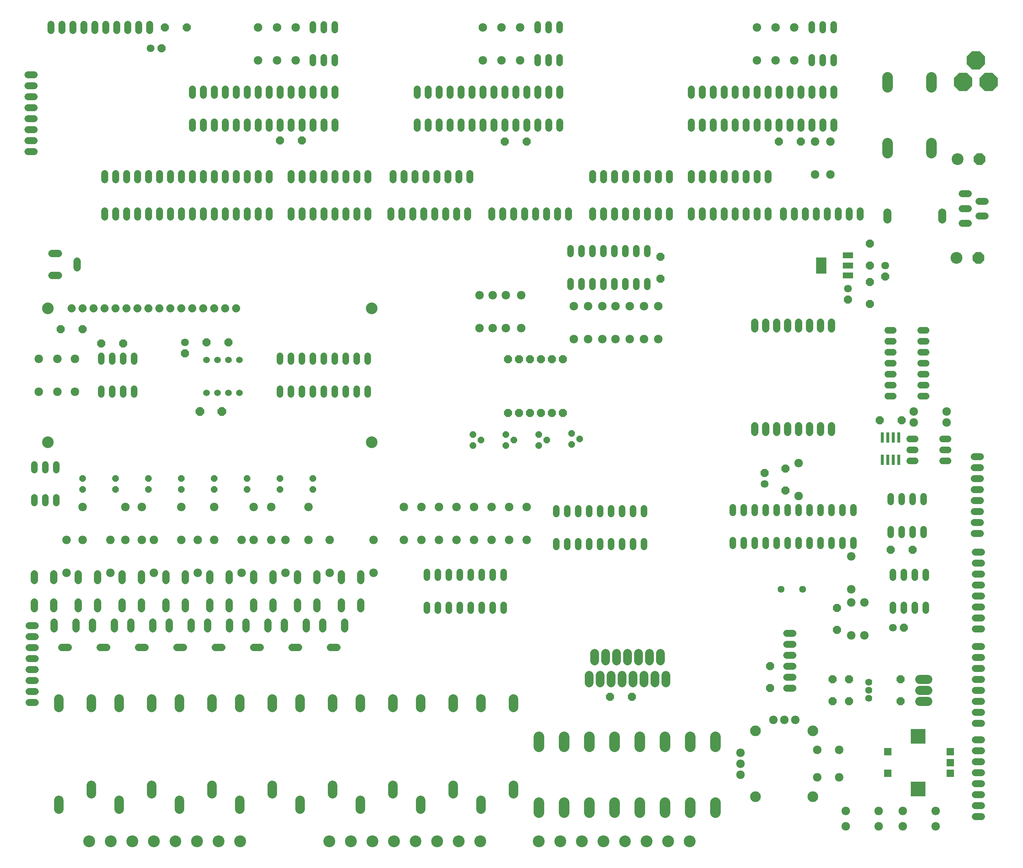
<source format=gbr>
G75*
%MOIN*%
%OFA0B0*%
%FSLAX24Y24*%
%IPPOS*%
%LPD*%
%AMOC8*
5,1,8,0,0,1.08239X$1,22.5*
%
%ADD10C,0.0640*%
%ADD11C,0.0600*%
%ADD12C,0.0780*%
%ADD13OC8,0.0600*%
%ADD14C,0.0680*%
%ADD15C,0.0740*%
%ADD16C,0.1064*%
%ADD17OC8,0.0710*%
%ADD18C,0.0600*%
%ADD19OC8,0.0780*%
%ADD20C,0.0710*%
%ADD21C,0.0674*%
%ADD22C,0.0640*%
%ADD23C,0.0820*%
%ADD24C,0.0980*%
%ADD25C,0.0634*%
%ADD26C,0.0860*%
%ADD27C,0.1080*%
%ADD28R,0.0316X0.0946*%
%ADD29OC8,0.1655*%
%ADD30C,0.0848*%
%ADD31OC8,0.1080*%
%ADD32R,0.0960X0.0560*%
%ADD33R,0.0946X0.1497*%
%ADD34C,0.0634*%
%ADD35C,0.0740*%
%ADD36C,0.0965*%
%ADD37C,0.0789*%
%ADD38R,0.0674X0.0674*%
%ADD39R,0.1346X0.1346*%
%ADD40OC8,0.0740*%
D10*
X003870Y017850D02*
X004430Y017850D01*
X004430Y018850D02*
X003870Y018850D01*
X003870Y019850D02*
X004430Y019850D01*
X004430Y020850D02*
X003870Y020850D01*
X003870Y021850D02*
X004430Y021850D01*
X004430Y022850D02*
X003870Y022850D01*
X003870Y023850D02*
X004430Y023850D01*
X004430Y024850D02*
X003870Y024850D01*
X010750Y062070D02*
X010750Y062630D01*
X011750Y062630D02*
X011750Y062070D01*
X012750Y062070D02*
X012750Y062630D01*
X013750Y062630D02*
X013750Y062070D01*
X014750Y062070D02*
X014750Y062630D01*
X015750Y062630D02*
X015750Y062070D01*
X016750Y062070D02*
X016750Y062630D01*
X017750Y062630D02*
X017750Y062070D01*
X018750Y062070D02*
X018750Y062630D01*
X019750Y062630D02*
X019750Y062070D01*
X020750Y062070D02*
X020750Y062630D01*
X021750Y062630D02*
X021750Y062070D01*
X022750Y062070D02*
X022750Y062630D01*
X023750Y062630D02*
X023750Y062070D01*
X024750Y062070D02*
X024750Y062630D01*
X025750Y062630D02*
X025750Y062070D01*
X027750Y062070D02*
X027750Y062630D01*
X028750Y062630D02*
X028750Y062070D01*
X029750Y062070D02*
X029750Y062630D01*
X030750Y062630D02*
X030750Y062070D01*
X031750Y062070D02*
X031750Y062630D01*
X032750Y062630D02*
X032750Y062070D01*
X033750Y062070D02*
X033750Y062630D01*
X034750Y062630D02*
X034750Y062070D01*
X036850Y062070D02*
X036850Y062630D01*
X037850Y062630D02*
X037850Y062070D01*
X038850Y062070D02*
X038850Y062630D01*
X039850Y062630D02*
X039850Y062070D01*
X040850Y062070D02*
X040850Y062630D01*
X041850Y062630D02*
X041850Y062070D01*
X042850Y062070D02*
X042850Y062630D01*
X043850Y062630D02*
X043850Y062070D01*
X046050Y062070D02*
X046050Y062630D01*
X047050Y062630D02*
X047050Y062070D01*
X048050Y062070D02*
X048050Y062630D01*
X049050Y062630D02*
X049050Y062070D01*
X050050Y062070D02*
X050050Y062630D01*
X051050Y062630D02*
X051050Y062070D01*
X052050Y062070D02*
X052050Y062630D01*
X053050Y062630D02*
X053050Y062070D01*
X055250Y062070D02*
X055250Y062630D01*
X056250Y062630D02*
X056250Y062070D01*
X057250Y062070D02*
X057250Y062630D01*
X058250Y062630D02*
X058250Y062070D01*
X059250Y062070D02*
X059250Y062630D01*
X060250Y062630D02*
X060250Y062070D01*
X061250Y062070D02*
X061250Y062630D01*
X062250Y062630D02*
X062250Y062070D01*
X064250Y062070D02*
X064250Y062630D01*
X065250Y062630D02*
X065250Y062070D01*
X066250Y062070D02*
X066250Y062630D01*
X067250Y062630D02*
X067250Y062070D01*
X068250Y062070D02*
X068250Y062630D01*
X069250Y062630D02*
X069250Y062070D01*
X070250Y062070D02*
X070250Y062630D01*
X071250Y062630D02*
X071250Y062070D01*
X072650Y062070D02*
X072650Y062630D01*
X073650Y062630D02*
X073650Y062070D01*
X074650Y062070D02*
X074650Y062630D01*
X075650Y062630D02*
X075650Y062070D01*
X076650Y062070D02*
X076650Y062630D01*
X077650Y062630D02*
X077650Y062070D01*
X078650Y062070D02*
X078650Y062630D01*
X079650Y062630D02*
X079650Y062070D01*
X071250Y065470D02*
X071250Y066030D01*
X070250Y066030D02*
X070250Y065470D01*
X069250Y065470D02*
X069250Y066030D01*
X068250Y066030D02*
X068250Y065470D01*
X067250Y065470D02*
X067250Y066030D01*
X066250Y066030D02*
X066250Y065470D01*
X065250Y065470D02*
X065250Y066030D01*
X064250Y066030D02*
X064250Y065470D01*
X062250Y065470D02*
X062250Y066030D01*
X061250Y066030D02*
X061250Y065470D01*
X060250Y065470D02*
X060250Y066030D01*
X059250Y066030D02*
X059250Y065470D01*
X058250Y065470D02*
X058250Y066030D01*
X057250Y066030D02*
X057250Y065470D01*
X056250Y065470D02*
X056250Y066030D01*
X055250Y066030D02*
X055250Y065470D01*
X052250Y070170D02*
X052250Y070730D01*
X051250Y070730D02*
X051250Y070170D01*
X050250Y070170D02*
X050250Y070730D01*
X049250Y070730D02*
X049250Y070170D01*
X048250Y070170D02*
X048250Y070730D01*
X047250Y070730D02*
X047250Y070170D01*
X046250Y070170D02*
X046250Y070730D01*
X045250Y070730D02*
X045250Y070170D01*
X044250Y070170D02*
X044250Y070730D01*
X043250Y070730D02*
X043250Y070170D01*
X042250Y070170D02*
X042250Y070730D01*
X041250Y070730D02*
X041250Y070170D01*
X040250Y070170D02*
X040250Y070730D01*
X039250Y070730D02*
X039250Y070170D01*
X039250Y073170D02*
X039250Y073730D01*
X040250Y073730D02*
X040250Y073170D01*
X041250Y073170D02*
X041250Y073730D01*
X042250Y073730D02*
X042250Y073170D01*
X043250Y073170D02*
X043250Y073730D01*
X044250Y073730D02*
X044250Y073170D01*
X045250Y073170D02*
X045250Y073730D01*
X046250Y073730D02*
X046250Y073170D01*
X047250Y073170D02*
X047250Y073730D01*
X048250Y073730D02*
X048250Y073170D01*
X049250Y073170D02*
X049250Y073730D01*
X050250Y073730D02*
X050250Y073170D01*
X051250Y073170D02*
X051250Y073730D01*
X052250Y073730D02*
X052250Y073170D01*
X044050Y066030D02*
X044050Y065470D01*
X043050Y065470D02*
X043050Y066030D01*
X042050Y066030D02*
X042050Y065470D01*
X041050Y065470D02*
X041050Y066030D01*
X040050Y066030D02*
X040050Y065470D01*
X039050Y065470D02*
X039050Y066030D01*
X038050Y066030D02*
X038050Y065470D01*
X037050Y065470D02*
X037050Y066030D01*
X034750Y066030D02*
X034750Y065470D01*
X033750Y065470D02*
X033750Y066030D01*
X032750Y066030D02*
X032750Y065470D01*
X031750Y065470D02*
X031750Y066030D01*
X030750Y066030D02*
X030750Y065470D01*
X029750Y065470D02*
X029750Y066030D01*
X028750Y066030D02*
X028750Y065470D01*
X027750Y065470D02*
X027750Y066030D01*
X025750Y066030D02*
X025750Y065470D01*
X024750Y065470D02*
X024750Y066030D01*
X023750Y066030D02*
X023750Y065470D01*
X022750Y065470D02*
X022750Y066030D01*
X021750Y066030D02*
X021750Y065470D01*
X020750Y065470D02*
X020750Y066030D01*
X019750Y066030D02*
X019750Y065470D01*
X018750Y065470D02*
X018750Y066030D01*
X017750Y066030D02*
X017750Y065470D01*
X016750Y065470D02*
X016750Y066030D01*
X015750Y066030D02*
X015750Y065470D01*
X014750Y065470D02*
X014750Y066030D01*
X013750Y066030D02*
X013750Y065470D01*
X012750Y065470D02*
X012750Y066030D01*
X011750Y066030D02*
X011750Y065470D01*
X010750Y065470D02*
X010750Y066030D01*
X004330Y068050D02*
X003770Y068050D01*
X003770Y069050D02*
X004330Y069050D01*
X004330Y070050D02*
X003770Y070050D01*
X003770Y071050D02*
X004330Y071050D01*
X004330Y072050D02*
X003770Y072050D01*
X003770Y073050D02*
X004330Y073050D01*
X004330Y074050D02*
X003770Y074050D01*
X003770Y075050D02*
X004330Y075050D01*
X005850Y079070D02*
X005850Y079630D01*
X006850Y079630D02*
X006850Y079070D01*
X007850Y079070D02*
X007850Y079630D01*
X008850Y079630D02*
X008850Y079070D01*
X009850Y079070D02*
X009850Y079630D01*
X010850Y079630D02*
X010850Y079070D01*
X011850Y079070D02*
X011850Y079630D01*
X012850Y079630D02*
X012850Y079070D01*
X013850Y079070D02*
X013850Y079630D01*
X014850Y079630D02*
X014850Y079070D01*
X018750Y073730D02*
X018750Y073170D01*
X019750Y073170D02*
X019750Y073730D01*
X020750Y073730D02*
X020750Y073170D01*
X021750Y073170D02*
X021750Y073730D01*
X022750Y073730D02*
X022750Y073170D01*
X023750Y073170D02*
X023750Y073730D01*
X024750Y073730D02*
X024750Y073170D01*
X025750Y073170D02*
X025750Y073730D01*
X026750Y073730D02*
X026750Y073170D01*
X027750Y073170D02*
X027750Y073730D01*
X028750Y073730D02*
X028750Y073170D01*
X029750Y073170D02*
X029750Y073730D01*
X030750Y073730D02*
X030750Y073170D01*
X031750Y073170D02*
X031750Y073730D01*
X031750Y070730D02*
X031750Y070170D01*
X030750Y070170D02*
X030750Y070730D01*
X029750Y070730D02*
X029750Y070170D01*
X028750Y070170D02*
X028750Y070730D01*
X027750Y070730D02*
X027750Y070170D01*
X026750Y070170D02*
X026750Y070730D01*
X025750Y070730D02*
X025750Y070170D01*
X024750Y070170D02*
X024750Y070730D01*
X023750Y070730D02*
X023750Y070170D01*
X022750Y070170D02*
X022750Y070730D01*
X021750Y070730D02*
X021750Y070170D01*
X020750Y070170D02*
X020750Y070730D01*
X019750Y070730D02*
X019750Y070170D01*
X018750Y070170D02*
X018750Y070730D01*
X064250Y070730D02*
X064250Y070170D01*
X065250Y070170D02*
X065250Y070730D01*
X066250Y070730D02*
X066250Y070170D01*
X067250Y070170D02*
X067250Y070730D01*
X068250Y070730D02*
X068250Y070170D01*
X069250Y070170D02*
X069250Y070730D01*
X070250Y070730D02*
X070250Y070170D01*
X071250Y070170D02*
X071250Y070730D01*
X072250Y070730D02*
X072250Y070170D01*
X073250Y070170D02*
X073250Y070730D01*
X074250Y070730D02*
X074250Y070170D01*
X075250Y070170D02*
X075250Y070730D01*
X076250Y070730D02*
X076250Y070170D01*
X077250Y070170D02*
X077250Y070730D01*
X077250Y073170D02*
X077250Y073730D01*
X076250Y073730D02*
X076250Y073170D01*
X075250Y073170D02*
X075250Y073730D01*
X074250Y073730D02*
X074250Y073170D01*
X073250Y073170D02*
X073250Y073730D01*
X072250Y073730D02*
X072250Y073170D01*
X071250Y073170D02*
X071250Y073730D01*
X070250Y073730D02*
X070250Y073170D01*
X069250Y073170D02*
X069250Y073730D01*
X068250Y073730D02*
X068250Y073170D01*
X067250Y073170D02*
X067250Y073730D01*
X066250Y073730D02*
X066250Y073170D01*
X065250Y073170D02*
X065250Y073730D01*
X064250Y073730D02*
X064250Y073170D01*
X090070Y040250D02*
X090630Y040250D01*
X090630Y039250D02*
X090070Y039250D01*
X090070Y038250D02*
X090630Y038250D01*
X090630Y037250D02*
X090070Y037250D01*
X090070Y036250D02*
X090630Y036250D01*
X090630Y035250D02*
X090070Y035250D01*
X090070Y034250D02*
X090630Y034250D01*
X090630Y033250D02*
X090070Y033250D01*
X090170Y031550D02*
X090730Y031550D01*
X090730Y030550D02*
X090170Y030550D01*
X090170Y029550D02*
X090730Y029550D01*
X090730Y028550D02*
X090170Y028550D01*
X090170Y027550D02*
X090730Y027550D01*
X090730Y026550D02*
X090170Y026550D01*
X090170Y025550D02*
X090730Y025550D01*
X090730Y024550D02*
X090170Y024550D01*
X090170Y022950D02*
X090730Y022950D01*
X090730Y021950D02*
X090170Y021950D01*
X090170Y020950D02*
X090730Y020950D01*
X090730Y019950D02*
X090170Y019950D01*
X090170Y018950D02*
X090730Y018950D01*
X090730Y017950D02*
X090170Y017950D01*
X090170Y016950D02*
X090730Y016950D01*
X090730Y015950D02*
X090170Y015950D01*
X090170Y014450D02*
X090730Y014450D01*
X090730Y013450D02*
X090170Y013450D01*
X090170Y012450D02*
X090730Y012450D01*
X090730Y011450D02*
X090170Y011450D01*
X090170Y010450D02*
X090730Y010450D01*
X090730Y009450D02*
X090170Y009450D01*
X090170Y008450D02*
X090730Y008450D01*
X090730Y007450D02*
X090170Y007450D01*
X073530Y019150D02*
X072970Y019150D01*
X072970Y020150D02*
X073530Y020150D01*
X073530Y021150D02*
X072970Y021150D01*
X072970Y022150D02*
X073530Y022150D01*
X073530Y023150D02*
X072970Y023150D01*
X072970Y024150D02*
X073530Y024150D01*
D11*
X082650Y026190D02*
X082650Y026710D01*
X083650Y026710D02*
X083650Y026190D01*
X084650Y026190D02*
X084650Y026710D01*
X085650Y026710D02*
X085650Y026190D01*
X085650Y029190D02*
X085650Y029710D01*
X084650Y029710D02*
X084650Y029190D01*
X083650Y029190D02*
X083650Y029710D01*
X082650Y029710D02*
X082650Y029190D01*
X079050Y032090D02*
X079050Y032610D01*
X078050Y032610D02*
X078050Y032090D01*
X077050Y032090D02*
X077050Y032610D01*
X076050Y032610D02*
X076050Y032090D01*
X075050Y032090D02*
X075050Y032610D01*
X074050Y032610D02*
X074050Y032090D01*
X073050Y032090D02*
X073050Y032610D01*
X072050Y032610D02*
X072050Y032090D01*
X071050Y032090D02*
X071050Y032610D01*
X070050Y032610D02*
X070050Y032090D01*
X069050Y032090D02*
X069050Y032610D01*
X068050Y032610D02*
X068050Y032090D01*
X068050Y035090D02*
X068050Y035610D01*
X069050Y035610D02*
X069050Y035090D01*
X070050Y035090D02*
X070050Y035610D01*
X071050Y035610D02*
X071050Y035090D01*
X072050Y035090D02*
X072050Y035610D01*
X073050Y035610D02*
X073050Y035090D01*
X074050Y035090D02*
X074050Y035610D01*
X075050Y035610D02*
X075050Y035090D01*
X076050Y035090D02*
X076050Y035610D01*
X077050Y035610D02*
X077050Y035090D01*
X078050Y035090D02*
X078050Y035610D01*
X079050Y035610D02*
X079050Y035090D01*
X082450Y036090D02*
X082450Y036610D01*
X083450Y036610D02*
X083450Y036090D01*
X084450Y036090D02*
X084450Y036610D01*
X085450Y036610D02*
X085450Y036090D01*
X085450Y033610D02*
X085450Y033090D01*
X084450Y033090D02*
X084450Y033610D01*
X083450Y033610D02*
X083450Y033090D01*
X082450Y033090D02*
X082450Y033610D01*
X084190Y039850D02*
X084710Y039850D01*
X084710Y040850D02*
X084190Y040850D01*
X084190Y041850D02*
X084710Y041850D01*
X087190Y041850D02*
X087710Y041850D01*
X087710Y040850D02*
X087190Y040850D01*
X087190Y039850D02*
X087710Y039850D01*
X085710Y045750D02*
X085190Y045750D01*
X085190Y046750D02*
X085710Y046750D01*
X085710Y047750D02*
X085190Y047750D01*
X085190Y048750D02*
X085710Y048750D01*
X085710Y049750D02*
X085190Y049750D01*
X085190Y050750D02*
X085710Y050750D01*
X085710Y051750D02*
X085190Y051750D01*
X082710Y051750D02*
X082190Y051750D01*
X082190Y050750D02*
X082710Y050750D01*
X082710Y049750D02*
X082190Y049750D01*
X082190Y048750D02*
X082710Y048750D01*
X082710Y047750D02*
X082190Y047750D01*
X082190Y046750D02*
X082710Y046750D01*
X082710Y045750D02*
X082190Y045750D01*
X060250Y055690D02*
X060250Y056210D01*
X059250Y056210D02*
X059250Y055690D01*
X058250Y055690D02*
X058250Y056210D01*
X057250Y056210D02*
X057250Y055690D01*
X056250Y055690D02*
X056250Y056210D01*
X055250Y056210D02*
X055250Y055690D01*
X054250Y055690D02*
X054250Y056210D01*
X053250Y056210D02*
X053250Y055690D01*
X053250Y058690D02*
X053250Y059210D01*
X054250Y059210D02*
X054250Y058690D01*
X055250Y058690D02*
X055250Y059210D01*
X056250Y059210D02*
X056250Y058690D01*
X057250Y058690D02*
X057250Y059210D01*
X058250Y059210D02*
X058250Y058690D01*
X059250Y058690D02*
X059250Y059210D01*
X060250Y059210D02*
X060250Y058690D01*
X052250Y076090D02*
X052250Y076610D01*
X051250Y076610D02*
X051250Y076090D01*
X050250Y076090D02*
X050250Y076610D01*
X050250Y079090D02*
X050250Y079610D01*
X051250Y079610D02*
X051250Y079090D01*
X052250Y079090D02*
X052250Y079610D01*
X031750Y079610D02*
X031750Y079090D01*
X030750Y079090D02*
X030750Y079610D01*
X029750Y079610D02*
X029750Y079090D01*
X029750Y076610D02*
X029750Y076090D01*
X030750Y076090D02*
X030750Y076610D01*
X031750Y076610D02*
X031750Y076090D01*
X031750Y049410D02*
X031750Y048890D01*
X030750Y048890D02*
X030750Y049410D01*
X029750Y049410D02*
X029750Y048890D01*
X028750Y048890D02*
X028750Y049410D01*
X027750Y049410D02*
X027750Y048890D01*
X026750Y048890D02*
X026750Y049410D01*
X026750Y046410D02*
X026750Y045890D01*
X027750Y045890D02*
X027750Y046410D01*
X028750Y046410D02*
X028750Y045890D01*
X029750Y045890D02*
X029750Y046410D01*
X030750Y046410D02*
X030750Y045890D01*
X031750Y045890D02*
X031750Y046410D01*
X032750Y046410D02*
X032750Y045890D01*
X033750Y045890D02*
X033750Y046410D01*
X034750Y046410D02*
X034750Y045890D01*
X034750Y048890D02*
X034750Y049410D01*
X033750Y049410D02*
X033750Y048890D01*
X032750Y048890D02*
X032750Y049410D01*
X013450Y049410D02*
X013450Y048890D01*
X012450Y048890D02*
X012450Y049410D01*
X011450Y049410D02*
X011450Y048890D01*
X010450Y048890D02*
X010450Y049410D01*
X010450Y046410D02*
X010450Y045890D01*
X011450Y045890D02*
X011450Y046410D01*
X012450Y046410D02*
X012450Y045890D01*
X013450Y045890D02*
X013450Y046410D01*
X006350Y039510D02*
X006350Y038990D01*
X005350Y038990D02*
X005350Y039510D01*
X004350Y039510D02*
X004350Y038990D01*
X004350Y036510D02*
X004350Y035990D01*
X005350Y035990D02*
X005350Y036510D01*
X006350Y036510D02*
X006350Y035990D01*
X040150Y029710D02*
X040150Y029190D01*
X041150Y029190D02*
X041150Y029710D01*
X042150Y029710D02*
X042150Y029190D01*
X043150Y029190D02*
X043150Y029710D01*
X044150Y029710D02*
X044150Y029190D01*
X045150Y029190D02*
X045150Y029710D01*
X046150Y029710D02*
X046150Y029190D01*
X047150Y029190D02*
X047150Y029710D01*
X047150Y026710D02*
X047150Y026190D01*
X046150Y026190D02*
X046150Y026710D01*
X045150Y026710D02*
X045150Y026190D01*
X044150Y026190D02*
X044150Y026710D01*
X043150Y026710D02*
X043150Y026190D01*
X042150Y026190D02*
X042150Y026710D01*
X041150Y026710D02*
X041150Y026190D01*
X040150Y026190D02*
X040150Y026710D01*
X051950Y031990D02*
X051950Y032510D01*
X052950Y032510D02*
X052950Y031990D01*
X053950Y031990D02*
X053950Y032510D01*
X054950Y032510D02*
X054950Y031990D01*
X055950Y031990D02*
X055950Y032510D01*
X056950Y032510D02*
X056950Y031990D01*
X057950Y031990D02*
X057950Y032510D01*
X058950Y032510D02*
X058950Y031990D01*
X059950Y031990D02*
X059950Y032510D01*
X059950Y034990D02*
X059950Y035510D01*
X058950Y035510D02*
X058950Y034990D01*
X057950Y034990D02*
X057950Y035510D01*
X056950Y035510D02*
X056950Y034990D01*
X055950Y034990D02*
X055950Y035510D01*
X054950Y035510D02*
X054950Y034990D01*
X053950Y034990D02*
X053950Y035510D01*
X052950Y035510D02*
X052950Y034990D01*
X051950Y034990D02*
X051950Y035510D01*
X075250Y076090D02*
X075250Y076610D01*
X076250Y076610D02*
X076250Y076090D01*
X077250Y076090D02*
X077250Y076610D01*
X077250Y079090D02*
X077250Y079610D01*
X076250Y079610D02*
X076250Y079090D01*
X075250Y079090D02*
X075250Y079610D01*
D12*
X073650Y079350D03*
X071950Y079350D03*
X070250Y079350D03*
X070250Y076350D03*
X071950Y076350D03*
X073650Y076350D03*
X075550Y068950D03*
X076950Y068950D03*
X076950Y065950D03*
X075550Y065950D03*
X061250Y053950D03*
X059950Y053950D03*
X058650Y053950D03*
X057350Y053950D03*
X056150Y053950D03*
X054850Y053950D03*
X053550Y053950D03*
X053550Y050950D03*
X054850Y050950D03*
X056150Y050950D03*
X057350Y050950D03*
X058650Y050950D03*
X059950Y050950D03*
X061250Y050950D03*
X048750Y051950D03*
X047350Y051950D03*
X046150Y051950D03*
X044950Y051950D03*
X044950Y054950D03*
X046150Y054950D03*
X047350Y054950D03*
X048750Y054950D03*
X049250Y035650D03*
X047650Y035650D03*
X046050Y035650D03*
X044450Y035650D03*
X042850Y035650D03*
X041250Y035650D03*
X039650Y035650D03*
X038050Y035650D03*
X038050Y032650D03*
X039650Y032650D03*
X041250Y032650D03*
X042850Y032650D03*
X044450Y032650D03*
X046050Y032650D03*
X047650Y032650D03*
X049250Y032650D03*
X035300Y032650D03*
X035300Y029650D03*
X031300Y029650D03*
X031300Y032650D03*
X029350Y032650D03*
X027250Y032650D03*
X025950Y032650D03*
X024350Y032650D03*
X023250Y032650D03*
X020750Y032650D03*
X019250Y032650D03*
X017750Y032650D03*
X015250Y032650D03*
X014150Y032650D03*
X012650Y032650D03*
X011300Y032650D03*
X008750Y032650D03*
X007300Y032650D03*
X008750Y035650D03*
X012650Y035650D03*
X014150Y035650D03*
X017750Y035650D03*
X020750Y035650D03*
X024350Y035650D03*
X025950Y035650D03*
X029350Y035650D03*
X027250Y029650D03*
X023250Y029650D03*
X019250Y029650D03*
X015250Y029650D03*
X011300Y029650D03*
X007300Y029650D03*
X008050Y046150D03*
X006450Y046150D03*
X004750Y046150D03*
X004750Y049150D03*
X006450Y049150D03*
X008050Y049150D03*
X024750Y076350D03*
X026500Y076350D03*
X028200Y076350D03*
X028200Y079350D03*
X026500Y079350D03*
X024750Y079350D03*
X045250Y079350D03*
X046950Y079350D03*
X048650Y079350D03*
X048650Y076350D03*
X046950Y076350D03*
X045250Y076350D03*
X084550Y044350D03*
X084550Y043350D03*
X087550Y043350D03*
X087550Y044350D03*
X074050Y039650D03*
X074050Y036650D03*
X078850Y031150D03*
X078850Y028150D03*
X078850Y026950D03*
X080050Y026950D03*
X080050Y023950D03*
X078850Y023950D03*
X073750Y016250D03*
X072750Y016250D03*
X071750Y016250D03*
X068750Y013250D03*
X068750Y012250D03*
X068750Y011250D03*
X075750Y011000D03*
X077750Y011000D03*
X077750Y013500D03*
X075750Y013500D03*
X078350Y007950D03*
X078350Y006550D03*
X081350Y006550D03*
X081350Y007950D03*
X083550Y007950D03*
X083550Y006550D03*
X086550Y006550D03*
X086550Y007950D03*
D13*
X053350Y041350D03*
X054100Y041850D03*
X053350Y042350D03*
X051100Y041750D03*
X050350Y042250D03*
X050350Y041250D03*
X048100Y041750D03*
X047350Y042250D03*
X047350Y041250D03*
X045100Y041750D03*
X044350Y041250D03*
X044350Y042250D03*
X029750Y038250D03*
X029750Y037250D03*
X026750Y037250D03*
X026750Y038250D03*
X023750Y038250D03*
X023750Y037250D03*
X020750Y037250D03*
X020750Y038250D03*
X017750Y038250D03*
X017750Y037250D03*
X014750Y037250D03*
X014750Y038250D03*
X011750Y038250D03*
X011750Y037250D03*
X008750Y037250D03*
X008750Y038250D03*
D14*
X008360Y029530D02*
X008360Y028930D01*
X010140Y028930D02*
X010140Y029530D01*
X012360Y029530D02*
X012360Y028930D01*
X014140Y028930D02*
X014140Y029530D01*
X016360Y029530D02*
X016360Y028930D01*
X018140Y028930D02*
X018140Y029530D01*
X020360Y029530D02*
X020360Y028930D01*
X022140Y028930D02*
X022140Y029530D01*
X024360Y029530D02*
X024360Y028930D01*
X026140Y028930D02*
X026140Y029530D01*
X028360Y029530D02*
X028360Y028930D01*
X030140Y028930D02*
X030140Y029530D01*
X032360Y029530D02*
X032360Y028930D01*
X034140Y028930D02*
X034140Y029530D01*
X034140Y026970D02*
X034140Y026370D01*
X032360Y026370D02*
X032360Y026970D01*
X032650Y025150D02*
X032650Y024550D01*
X031950Y022850D02*
X031350Y022850D01*
X030650Y024550D02*
X030650Y025150D01*
X030140Y026370D02*
X030140Y026970D01*
X028360Y026970D02*
X028360Y026370D01*
X029150Y025150D02*
X029150Y024550D01*
X028450Y022850D02*
X027850Y022850D01*
X027150Y024550D02*
X027150Y025150D01*
X026140Y026370D02*
X026140Y026970D01*
X024360Y026970D02*
X024360Y026370D01*
X023650Y025150D02*
X023650Y024550D01*
X022150Y024550D02*
X022150Y025150D01*
X022140Y026370D02*
X022140Y026970D01*
X020360Y026970D02*
X020360Y026370D01*
X020150Y025150D02*
X020150Y024550D01*
X018650Y024550D02*
X018650Y025150D01*
X018140Y026370D02*
X018140Y026970D01*
X016360Y026970D02*
X016360Y026370D01*
X016650Y025150D02*
X016650Y024550D01*
X015150Y024550D02*
X015150Y025150D01*
X014140Y026370D02*
X014140Y026970D01*
X012360Y026970D02*
X012360Y026370D01*
X011650Y025150D02*
X011650Y024550D01*
X013150Y024550D02*
X013150Y025150D01*
X013850Y022850D02*
X014450Y022850D01*
X017350Y022850D02*
X017950Y022850D01*
X020850Y022850D02*
X021450Y022850D01*
X024350Y022850D02*
X024950Y022850D01*
X025650Y024550D02*
X025650Y025150D01*
X010950Y022850D02*
X010350Y022850D01*
X009650Y024550D02*
X009650Y025150D01*
X010140Y026370D02*
X010140Y026970D01*
X008360Y026970D02*
X008360Y026370D01*
X008150Y025150D02*
X008150Y024550D01*
X007450Y022850D02*
X006850Y022850D01*
X006150Y024550D02*
X006150Y025150D01*
X006140Y026370D02*
X006140Y026970D01*
X004360Y026970D02*
X004360Y026370D01*
X004360Y028930D02*
X004360Y029530D01*
X006140Y029530D02*
X006140Y028930D01*
X005950Y056750D02*
X006550Y056750D01*
X008250Y057450D02*
X008250Y058050D01*
X006550Y058750D02*
X005950Y058750D01*
D15*
X007752Y053752D03*
X008752Y053752D03*
X009752Y053752D03*
X010752Y053752D03*
X011752Y053752D03*
X012752Y053752D03*
X013752Y053752D03*
X014752Y053752D03*
X015752Y053752D03*
X016752Y053752D03*
X017752Y053752D03*
X018752Y053752D03*
X019752Y053752D03*
X020752Y053752D03*
X021752Y053752D03*
X022752Y053752D03*
D16*
X035114Y053752D03*
X035114Y041548D03*
X005586Y041548D03*
X005586Y053752D03*
X017234Y005160D03*
X039134Y005160D03*
X058234Y005160D03*
D17*
X058850Y018350D03*
X056850Y018350D03*
X071450Y019150D03*
X071450Y021150D03*
X077150Y019950D03*
X078650Y019950D03*
X078650Y017950D03*
X077150Y017950D03*
X083350Y017950D03*
X083350Y019950D03*
X083650Y024650D03*
X077550Y024450D03*
X077550Y026450D03*
X082450Y031750D03*
X084450Y031750D03*
X072850Y037150D03*
X072850Y039150D03*
X070950Y038750D03*
X081450Y043550D03*
X083450Y043550D03*
X080550Y054150D03*
X078550Y054550D03*
X080550Y056150D03*
X081950Y056650D03*
X080550Y057650D03*
X080550Y059650D03*
X074250Y068950D03*
X072250Y068950D03*
X061450Y058450D03*
X061450Y056450D03*
X049250Y068950D03*
X047250Y068950D03*
X028750Y069050D03*
X026750Y069050D03*
X015950Y077450D03*
X016250Y079350D03*
X018250Y079350D03*
X008750Y051850D03*
X006750Y051850D03*
X010450Y050550D03*
X012450Y050550D03*
X018100Y049650D03*
X020050Y050650D03*
X022050Y050650D03*
D18*
X022050Y049050D03*
X021050Y049050D03*
X020050Y049050D03*
X020050Y046050D03*
X021050Y046050D03*
X022050Y046050D03*
X023050Y046050D03*
X023050Y049050D03*
D19*
X021450Y044350D03*
X019450Y044350D03*
D20*
X018100Y050650D03*
X014950Y077450D03*
X070950Y037750D03*
X082650Y024650D03*
X078550Y055550D03*
X081950Y057650D03*
D21*
X077050Y052471D02*
X077050Y051878D01*
X076050Y051878D02*
X076050Y052471D01*
X075050Y052471D02*
X075050Y051878D01*
X074050Y051878D02*
X074050Y052471D01*
X073050Y052471D02*
X073050Y051878D01*
X072050Y051878D02*
X072050Y052471D01*
X071050Y052471D02*
X071050Y051878D01*
X070050Y051878D02*
X070050Y052471D01*
X070050Y043022D02*
X070050Y042429D01*
X071050Y042429D02*
X071050Y043022D01*
X072050Y043022D02*
X072050Y042429D01*
X073050Y042429D02*
X073050Y043022D01*
X074050Y043022D02*
X074050Y042429D01*
X075050Y042429D02*
X075050Y043022D01*
X076050Y043022D02*
X076050Y042429D01*
X077050Y042429D02*
X077050Y043022D01*
D22*
X080450Y019686D03*
X080450Y018950D03*
X080450Y018214D03*
D23*
X085080Y017950D02*
X085820Y017950D01*
X085820Y018950D02*
X085080Y018950D01*
X085080Y019950D02*
X085820Y019950D01*
D24*
X075375Y015250D03*
X070125Y015250D03*
X070125Y009250D03*
X075375Y009250D03*
D25*
X074434Y028150D03*
X072466Y028150D03*
D26*
X006600Y008890D02*
X006600Y008110D01*
X009550Y009490D02*
X009550Y010270D01*
X012100Y008890D02*
X012100Y008110D01*
X015050Y009490D02*
X015050Y010270D01*
X017600Y008890D02*
X017600Y008110D01*
X020550Y009490D02*
X020550Y010270D01*
X023100Y008890D02*
X023100Y008110D01*
X026050Y009490D02*
X026050Y010270D01*
X028600Y008890D02*
X028600Y008110D01*
X031550Y009490D02*
X031550Y010270D01*
X034100Y008890D02*
X034100Y008110D01*
X037050Y009490D02*
X037050Y010270D01*
X039600Y008890D02*
X039600Y008110D01*
X042550Y009490D02*
X042550Y010270D01*
X045100Y008890D02*
X045100Y008110D01*
X048050Y009490D02*
X048050Y010270D01*
X048050Y017360D02*
X048050Y018140D01*
X045100Y018140D02*
X045100Y017360D01*
X042550Y017360D02*
X042550Y018140D01*
X039600Y018140D02*
X039600Y017360D01*
X037050Y017360D02*
X037050Y018140D01*
X034100Y018140D02*
X034100Y017360D01*
X031550Y017360D02*
X031550Y018140D01*
X028600Y018140D02*
X028600Y017360D01*
X026050Y017360D02*
X026050Y018140D01*
X023100Y018140D02*
X023100Y017360D01*
X020550Y017360D02*
X020550Y018140D01*
X017600Y018140D02*
X017600Y017360D01*
X015050Y017360D02*
X015050Y018140D01*
X012100Y018140D02*
X012100Y017360D01*
X009550Y017360D02*
X009550Y018140D01*
X006600Y018140D02*
X006600Y017360D01*
D27*
X009360Y005160D03*
X011329Y005160D03*
X013297Y005160D03*
X015266Y005160D03*
X019203Y005160D03*
X021171Y005160D03*
X023140Y005160D03*
X031260Y005160D03*
X033229Y005160D03*
X035197Y005160D03*
X037166Y005160D03*
X041103Y005160D03*
X043071Y005160D03*
X045040Y005160D03*
X050360Y005160D03*
X052329Y005160D03*
X054297Y005160D03*
X056266Y005160D03*
X060203Y005160D03*
X062171Y005160D03*
X064140Y005160D03*
X088450Y058350D03*
X088550Y067350D03*
D28*
X083200Y041974D03*
X082700Y041974D03*
X082200Y041974D03*
X081700Y041974D03*
X081700Y039926D03*
X082200Y039926D03*
X082700Y039926D03*
X083200Y039926D03*
D29*
X089050Y074380D03*
X091410Y074380D03*
X090230Y076350D03*
D30*
X090530Y076350D03*
X089930Y076350D03*
X089050Y074680D03*
X089050Y074080D03*
X091410Y074080D03*
X091410Y074680D03*
D31*
X090550Y067350D03*
X090450Y058350D03*
D32*
X078570Y058560D03*
X078570Y057650D03*
X078570Y056740D03*
D33*
X076130Y057650D03*
D34*
X088966Y061511D02*
X089520Y061511D01*
X090501Y062181D02*
X091056Y062181D01*
X091056Y063519D02*
X090501Y063519D01*
X089520Y062850D02*
X088966Y062850D01*
X088966Y064189D02*
X089520Y064189D01*
D35*
X087150Y062480D02*
X087150Y061820D01*
X082150Y061820D02*
X082150Y062480D01*
D36*
X082150Y067908D02*
X082150Y068793D01*
X086150Y068793D02*
X086150Y067908D01*
X086150Y073908D02*
X086150Y074793D01*
X082150Y074793D02*
X082150Y073908D01*
X066450Y014693D02*
X066450Y013808D01*
X064150Y013808D02*
X064150Y014693D01*
X061850Y014693D02*
X061850Y013808D01*
X059550Y013808D02*
X059550Y014693D01*
X057250Y014693D02*
X057250Y013808D01*
X054950Y013808D02*
X054950Y014693D01*
X052650Y014693D02*
X052650Y013808D01*
X050350Y013808D02*
X050350Y014693D01*
X050350Y008693D02*
X050350Y007808D01*
X052650Y007808D02*
X052650Y008693D01*
X054950Y008693D02*
X054950Y007808D01*
X057250Y007808D02*
X057250Y008693D01*
X059550Y008693D02*
X059550Y007808D01*
X061850Y007808D02*
X061850Y008693D01*
X064150Y008693D02*
X064150Y007808D01*
X066450Y007808D02*
X066450Y008693D01*
D37*
X061950Y019596D02*
X061950Y020304D01*
X060950Y020304D02*
X060950Y019596D01*
X059950Y019596D02*
X059950Y020304D01*
X058950Y020304D02*
X058950Y019596D01*
X057950Y019596D02*
X057950Y020304D01*
X056950Y020304D02*
X056950Y019596D01*
X055950Y019596D02*
X055950Y020304D01*
X054950Y020304D02*
X054950Y019596D01*
X055450Y021596D02*
X055450Y022304D01*
X056450Y022304D02*
X056450Y021596D01*
X057450Y021596D02*
X057450Y022304D01*
X058450Y022304D02*
X058450Y021596D01*
X059450Y021596D02*
X059450Y022304D01*
X060450Y022304D02*
X060450Y021596D01*
X061450Y021596D02*
X061450Y022304D01*
D38*
X082194Y013334D03*
X082194Y011366D03*
X087903Y011366D03*
X087903Y012350D03*
X087903Y013334D03*
D39*
X084950Y014752D03*
X084950Y009948D03*
D40*
X052550Y044189D03*
X051550Y044189D03*
X050550Y044189D03*
X049550Y044189D03*
X048550Y044189D03*
X047550Y044189D03*
X047550Y049111D03*
X048550Y049111D03*
X049550Y049111D03*
X050550Y049111D03*
X051550Y049111D03*
X052550Y049111D03*
M02*

</source>
